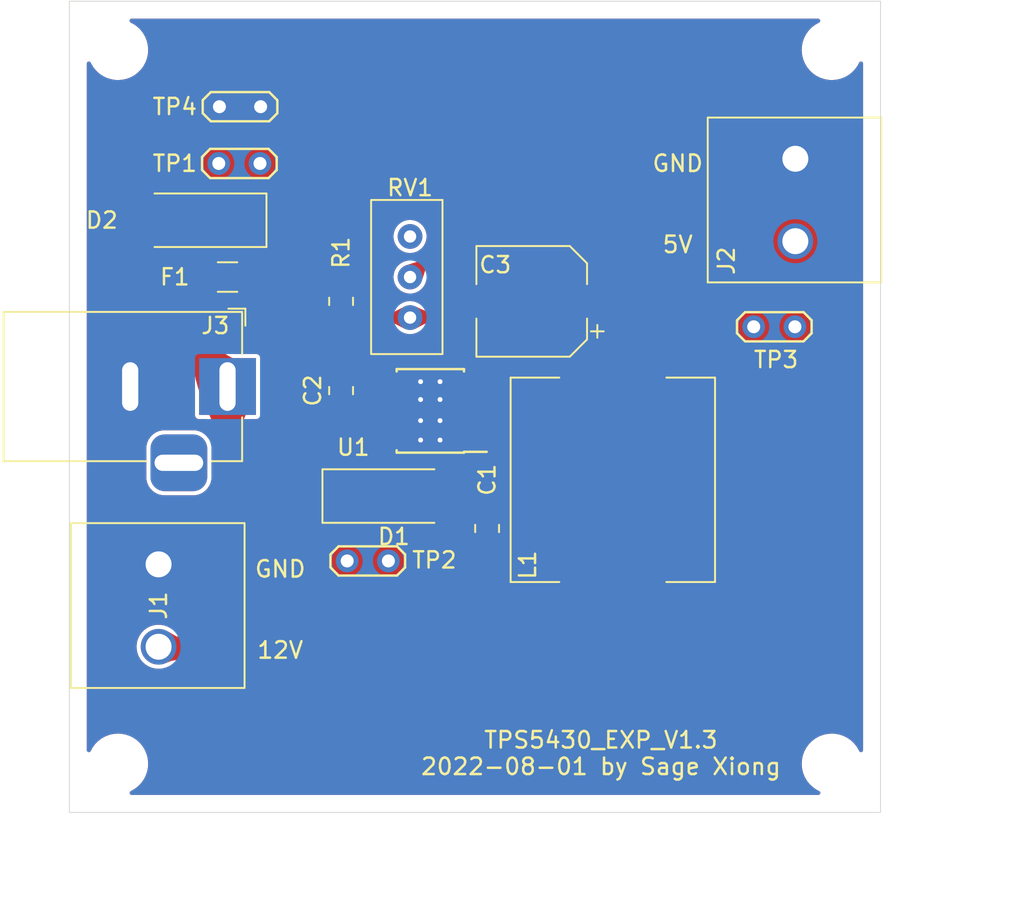
<source format=kicad_pcb>
(kicad_pcb (version 20211014) (generator pcbnew)
  (title_block (title "TPS5430_EXP") (date "2022-08-01") (rev "Sage Xiong") (company "Sage Xiong") (comment 1 "V1.3") (comment 2 "优化反馈采样点在末端极性电容之后") (comment 3 "修改采样电阻为滑动变阻器"))
  (layers (0 "F.Cu" signal) (31 "B.Cu" signal) (35 "F.Paste" user) (36 "B.SilkS" user "B.Silkscreen") (37 "F.SilkS" user "F.Silkscreen") (38 "B.Mask" user) (39 "F.Mask" user) (44 "Edge.Cuts" user))
  (net 0 "")
  (net 1 "Net-(C1-Pad1)")
  (net 2 "Net-(C1-Pad2)")
  (net 3 "Net-(C2-Pad1)")
  (net 4 "GNDREF")
  (net 5 "Net-(C3-Pad1)")
  (net 6 "Net-(F1-Pad1)")
  (net 7 "Net-(R1-Pad2)")
  (footprint "TestPoint:TestPoint_2Pads_Pitch2.54mm_Drill0.8mm" (layer "F.Cu") (at 160.484 97.366)
    (fp_text reference "TP3" (at 1.377 2.032) (layer "F.SilkS"))
    (fp_text value "TestPoint")
    (fp_line (start 3.57 0.4) (end 3.07 0.9) (layer "F.SilkS") (width 0.15))
    (fp_line (start 3.57 -0.4) (end 3.57 0.4) (layer "F.SilkS") (width 0.15))
    (fp_line (start -0.53 -0.9) (end 3.07 -0.9) (layer "F.SilkS") (width 0.15))
    (fp_line (start -1.03 0.4) (end -1.03 -0.4) (layer "F.SilkS") (width 0.15))
    (fp_line (start 3.07 -0.9) (end 3.57 -0.4) (layer "F.SilkS") (width 0.15))
    (fp_line (start -1.03 -0.4) (end -0.53 -0.9) (layer "F.SilkS") (width 0.15))
    (fp_line (start 3.07 0.9) (end -0.53 0.9) (layer "F.SilkS") (width 0.15))
    (fp_line (start -0.53 0.9) (end -1.03 0.4) (layer "F.SilkS") (width 0.15))
    (pad "1" thru_hole circle (at 0 0) (size 1.4 1.4) (drill 0.8) (layers *.Cu *.Mask) (net 5 "Net-(C3-Pad1)"))
    (pad "2" thru_hole circle (at 2.540007 -0.000002) (size 1.4 1.4) (drill 0.8) (layers *.Cu *.Mask) (net 5 "Net-(C3-Pad1)"))
  )
  (footprint "Fuse:Fuse_1206_3216Metric_Pad1.42x1.75mm_HandSolder" (layer "F.Cu") (at 128.05 94.3)
    (fp_text reference "F1" (at -3.25 0) (layer "F.SilkS"))
    (fp_text value "Fuse")
    (fp_line (start -0.602064 -0.91) (end 0.602064 -0.91) (layer "F.SilkS") (width 0.12))
    (fp_line (start -0.602064 0.91) (end 0.602064 0.91) (layer "F.SilkS") (width 0.12))
    (pad "1" smd roundrect (at -1.4875 0) (size 1.425 1.75) (layers "F.Cu" "F.Paste" "F.Mask") (roundrect_rratio 0.1754392982) (net 6 "Net-(F1-Pad1)"))
    (pad "2" smd roundrect (at 1.4875 0) (size 1.425 1.75) (layers "F.Cu" "F.Paste" "F.Mask") (roundrect_rratio 0.1754392982) (net 3 "Net-(C2-Pad1)"))
  )
  (footprint "Package_SO:TI_SO-PowerPAD-8_ThermalVias" (layer "F.Cu") (at 140.55 102.55 180)
    (fp_text reference "U1" (at 4.75 -2.25 180) (layer "F.SilkS"))
    (fp_text value "TPS5430DDA")
    (fp_line (start 2.075 -2.575) (end 2.075 -2.43) (layer "F.SilkS") (width 0.15))
    (fp_line (start 2.075 2.575) (end 2.075 2.43) (layer "F.SilkS") (width 0.15))
    (fp_line (start -2.075 -2.575) (end 2.075 -2.575) (layer "F.SilkS") (width 0.15))
    (fp_line (start -2.075 -2.525) (end -3.475 -2.525) (layer "F.SilkS") (width 0.15))
    (fp_line (start -2.075 -2.575) (end -2.075 -2.525) (layer "F.SilkS") (width 0.15))
    (fp_line (start -2.075 2.575) (end 2.075 2.575) (layer "F.SilkS") (width 0.15))
    (fp_line (start -2.075 2.575) (end -2.075 2.43) (layer "F.SilkS") (width 0.15))
    (pad "1" smd rect (at -2.7 -1.905 180) (size 1.55 0.6) (layers "F.Cu" "F.Paste" "F.Mask") (net 1 "Net-(C1-Pad1)"))
    (pad "2" smd rect (at -2.7 -0.635 180) (size 1.55 0.6) (layers "F.Cu" "F.Paste" "F.Mask"))
    (pad "3" smd rect (at -2.7 0.635 180) (size 1.55 0.6) (layers "F.Cu" "F.Paste" "F.Mask"))
    (pad "4" smd rect (at -2.7 1.905 180) (size 1.55 0.6) (layers "F.Cu" "F.Paste" "F.Mask") (net 7 "Net-(R1-Pad2)"))
    (pad "5" smd rect (at 2.7 1.905 180) (size 1.55 0.6) (layers "F.Cu" "F.Paste" "F.Mask"))
    (pad "6" smd rect (at 2.7 0.635 180) (size 1.55 0.6) (layers "F.Cu" "F.Paste" "F.Mask") (net 4 "GNDREF"))
    (pad "7" smd rect (at 2.7 -0.635 180) (size 1.55 0.6) (layers "F.Cu" "F.Paste" "F.Mask") (net 3 "Net-(C2-Pad1)"))
    (pad "8" smd rect (at 2.7 -1.905 180) (size 1.55 0.6) (layers "F.Cu" "F.Paste" "F.Mask") (net 2 "Net-(C1-Pad2)"))
    (pad "9" thru_hole circle (at 0.6 0.7 180) (size 0.6 0.6) (drill 0.3) (layers *.Cu) (net 4 "GNDREF"))
    (pad "9" thru_hole circle (at -0.6 0.7 180) (size 0.6 0.6) (drill 0.3) (layers *.Cu) (net 4 "GNDREF"))
    (pad "9" thru_hole circle (at -0.6 1.8 180) (size 0.6 0.6) (drill 0.3) (layers *.Cu) (net 4 "GNDREF"))
    (pad "9" smd rect (at 0 0 180) (size 2.95 4.5) (layers "B.Cu") (net 4 "GNDREF"))
    (pad "9" thru_hole circle (at 0.6 -1.8 180) (size 0.6 0.6) (drill 0.3) (layers *.Cu) (net 4 "GNDREF"))
    (pad "9" thru_hole circle (at -0.6 -0.6 180) (size 0.6 0.6) (drill 0.3) (layers *.Cu) (net 4 "GNDREF"))
    (pad "9" smd rect (at 0 0 180) (size 2.95 4.5) (layers "F.Cu") (net 4 "GNDREF"))
    (pad "9" thru_hole circle (at 0.6 1.8 180) (size 0.6 0.6) (drill 0.3) (layers *.Cu) (net 4 "GNDREF"))
    (pad "9" thru_hole circle (at 0.6 -0.6 180) (size 0.6 0.6) (drill 0.3) (layers *.Cu) (net 4 "GNDREF"))
    (pad "9" smd rect (at 0 0 180) (size 2.6 3.1) (layers "F.Cu" "F.Paste" "F.Mask") (net 4 "GNDREF"))
    (pad "9" thru_hole circle (at -0.6 -1.8 180) (size 0.6 0.6) (drill 0.3) (layers *.Cu) (net 4 "GNDREF"))
  )
  (footprint "TestPoint:TestPoint_2Pads_Pitch2.54mm_Drill0.8mm" (layer "F.Cu") (at 130.05 87.3 180)
    (fp_text reference "TP1" (at 5.25 0) (layer "F.SilkS"))
    (fp_text value "TestPoint")
    (fp_line (start 3.07 0.9) (end -0.53 0.9) (layer "F.SilkS") (width 0.15))
    (fp_line (start -1.03 0.4) (end -1.03 -0.4) (layer "F.SilkS") (width 0.15))
    (fp_line (start -1.03 -0.4) (end -0.53 -0.9) (layer "F.SilkS") (width 0.15))
    (fp_line (start 3.07 -0.9) (end 3.57 -0.4) (layer "F.SilkS") (width 0.15))
    (fp_line (start -0.53 0.9) (end -1.03 0.4) (layer "F.SilkS") (width 0.15))
    (fp_line (start -0.53 -0.9) (end 3.07 -0.9) (layer "F.SilkS") (width 0.15))
    (fp_line (start 3.57 0.4) (end 3.07 0.9) (layer "F.SilkS") (width 0.15))
    (fp_line (start 3.57 -0.4) (end 3.57 0.4) (layer "F.SilkS") (width 0.15))
    (pad "1" thru_hole circle (at 0 0 180) (size 1.4 1.4) (drill 0.8) (layers *.Cu *.Mask) (net 3 "Net-(C2-Pad1)"))
    (pad "2" thru_hole circle (at 2.539993 -0.000003 180) (size 1.4 1.4) (drill 0.8) (layers *.Cu *.Mask) (net 3 "Net-(C2-Pad1)"))
  )
  (footprint "Resistor_SMD:R_0805_2012Metric_Pad1.20x1.40mm_HandSolder" (layer "F.Cu") (at 135.05 101.3 90)
    (fp_text reference "C2" (at 0 -1.75 90) (layer "F.SilkS"))
    (fp_text value "10uF/1Ohm")
    (fp_line (start -0.227064 -0.735) (end 0.227064 -0.735) (layer "F.SilkS") (width 0.12))
    (fp_line (start -0.227064 0.735) (end 0.227064 0.735) (layer "F.SilkS") (width 0.12))
    (pad "1" smd roundrect (at -1 0 90) (size 1.2 1.4) (layers "F.Cu" "F.Paste" "F.Mask") (roundrect_rratio 0.2083333333) (net 3 "Net-(C2-Pad1)"))
    (pad "2" smd roundrect (at 1 0 90) (size 1.2 1.4) (layers "F.Cu" "F.Paste" "F.Mask") (roundrect_rratio 0.2083333333) (net 4 "GNDREF"))
  )
  (footprint "fg_studio:HT5.08-2P" (layer "F.Cu") (at 163.05 89.55 90)
    (fp_text reference "J2" (at -3.75 -4.25 90 unlocked) (layer "F.SilkS"))
    (fp_text value "HT5.08")
    (fp_rect (start -5.08 -5.4) (end 5.08 5.3) (layer "F.SilkS") (width 0.12) (fill none))
    (pad "1" thru_hole circle (at -2.54 0 90) (size 2.2 2.2) (drill 1.6) (layers *.Cu *.Mask) (net 5 "Net-(C3-Pad1)"))
    (pad "2" thru_hole circle (at 2.54 0 90) (size 2.2 2.2) (drill 1.6) (layers *.Cu *.Mask) (net 4 "GNDREF"))
  )
  (footprint "Capacitor_SMD:CP_Elec_6.3x5.4" (layer "F.Cu") (at 146.8 95.8 180)
    (fp_text reference "C3" (at 2.249999 2.249991 180) (layer "F.SilkS"))
    (fp_text value "220uF/35mOhm")
    (fp_line (start -3.41 -2.345563) (end -2.345563 -3.41) (layer "F.SilkS") (width 0.12))
    (fp_line (start -2.345563 3.41) (end 3.41 3.41) (layer "F.SilkS") (width 0.12))
    (fp_line (start -4.4375 -1.8475) (end -3.65 -1.8475) (layer "F.SilkS") (width 0.12))
    (fp_line (start -3.41 2.345563) (end -3.41 1.06) (layer "F.SilkS") (width 0.12))
    (fp_line (start -2.345563 -3.41) (end 3.41 -3.41) (layer "F.SilkS") (width 0.12))
    (fp_line (start -4.04375 -2.24125) (end -4.04375 -1.45375) (layer "F.SilkS") (width 0.12))
    (fp_line (start 3.41 3.41) (end 3.41 1.06) (layer "F.SilkS") (width 0.12))
    (fp_line (start 3.41 -3.41) (end 3.41 -1.06) (layer "F.SilkS") (width 0.12))
    (fp_line (start -3.41 2.345563) (end -2.345563 3.41) (layer "F.SilkS") (width 0.12))
    (fp_line (start -3.41 -2.345563) (end -3.41 -1.06) (layer "F.SilkS") (width 0.12))
    (pad "1" smd roundrect (at -2.8 0 180) (size 3.5 1.6) (layers "F.Cu" "F.Paste" "F.Mask") (roundrect_rratio 0.15625) (net 5 "Net-(C3-Pad1)"))
    (pad "2" smd roundrect (at 2.8 0 180) (size 3.5 1.6) (layers "F.Cu" "F.Paste" "F.Mask") (roundrect_rratio 0.15625) (net 4 "GNDREF"))
  )
  (footprint "Resistor_SMD:R_0805_2012Metric_Pad1.20x1.40mm_HandSolder" (layer "F.Cu") (at 144.05 109.8 -90)
    (fp_text reference "C1" (at -3 0 -90) (layer "F.SilkS"))
    (fp_text value "10uF/1Ohm")
    (fp_line (start -0.227064 0.735) (end 0.227064 0.735) (layer "F.SilkS") (width 0.12))
    (fp_line (start -0.227064 -0.735) (end 0.227064 -0.735) (layer "F.SilkS") (width 0.12))
    (pad "1" smd roundrect (at -1 0 270) (size 1.2 1.4) (layers "F.Cu" "F.Paste" "F.Mask") (roundrect_rratio 0.2083333333) (net 1 "Net-(C1-Pad1)"))
    (pad "2" smd roundrect (at 1 0 270) (size 1.2 1.4) (layers "F.Cu" "F.Paste" "F.Mask") (roundrect_rratio 0.2083333333) (net 2 "Net-(C1-Pad2)"))
  )
  (footprint "Diode_SMD:D_SMA_Handsoldering" (layer "F.Cu") (at 126.05 90.8 180)
    (fp_text reference "D2" (at 5.75 0) (layer "F.SilkS"))
    (fp_text value "SS34")
    (fp_line (start -4.4 -1.65) (end 2.5 -1.65) (layer "F.SilkS") (width 0.12))
    (fp_line (start -4.4 1.65) (end 2.5 1.65) (layer "F.SilkS") (width 0.12))
    (fp_line (start -4.4 -1.65) (end -4.4 1.65) (layer "F.SilkS") (width 0.12))
    (pad "1" smd rect (at -2.5 0 180) (size 3.5 1.8) (layers "F.Cu" "F.Paste" "F.Mask") (net 3 "Net-(C2-Pad1)"))
    (pad "2" smd rect (at 2.5 0 180) (size 3.5 1.8) (layers "F.Cu" "F.Paste" "F.Mask") (net 4 "GNDREF"))
  )
  (footprint "MountingHole:MountingHole_3.2mm_M3_ISO14580" (layer "F.Cu") (at 165.3 80.3)
    (fp_text reference "REF**" hide)
    (fp_text value "MountingHole_3.2mm_M3_ISO14580" hide)
    (pad "" np_thru_hole circle (at 0 0) (size 3.2 3.2) (drill 3.2) (layers *.Cu *.Mask))
  )
  (footprint "fg_studio:HT5.08-2P" (layer "F.Cu") (at 123.8 114.55 90)
    (fp_text reference "J1" (at 0 0 90 unlocked) (layer "F.SilkS"))
    (fp_text value "HT5.08")
    (fp_rect (start -5.08 -5.4) (end 5.08 5.3) (layer "F.SilkS") (width 0.12) (fill none))
    (pad "1" thru_hole circle (at -2.54 0 90) (size 2.2 2.2) (drill 1.6) (layers *.Cu *.Mask) (net 6 "Net-(F1-Pad1)"))
    (pad "2" thru_hole circle (at 2.54 0 90) (size 2.2 2.2) (drill 1.6) (layers *.Cu *.Mask) (net 4 "GNDREF"))
  )
  (footprint "Connector_BarrelJack:BarrelJack_Horizontal" (layer "F.Cu") (at 128.05 101.05)
    (fp_text reference "J3" (at -0.75 -3.75) (layer "F.SilkS"))
    (fp_text value "Barrel_Jack")
    (fp_line (start -5 4.6) (end -13.8 4.6) (layer "F.SilkS") (width 0.12))
    (fp_line (start -13.8 4.6) (end -13.8 -4.6) (layer "F.SilkS") (width 0.12))
    (fp_line (start 0.9 -4.6) (end 0.9 -2) (layer "F.SilkS") (width 0.12))
    (fp_line (start 1.1 -3.75) (end 1.1 -4.8) (layer "F.SilkS") (width 0.12))
    (fp_line (start 0.9 1.9) (end 0.9 4.6) (layer "F.SilkS") (width 0.12))
    (fp_line (start 0.05 -4.8) (end 1.1 -4.8) (layer "F.SilkS") (width 0.12))
    (fp_line (start -13.8 -4.6) (end 0.9 -4.6) (layer "F.SilkS") (width 0.12))
    (fp_line (start 0.9 4.6) (end -1 4.6) (layer "F.SilkS") (width 0.12))
    (pad "1" thru_hole rect (at 0 0) (size 3.5 3.5) (drill oval 1 3) (layers *.Cu *.Mask) (net 6 "Net-(F1-Pad1)"))
    (pad "2" thru_hole roundrect (at -6 0) (size 3 3.5) (drill oval 1 3) (layers *.Cu *.Mask) (net 4 "GNDREF"))
    (pad "3" thru_hole roundrect (at -3 4.7) (size 3.5 3.5) (drill oval 3 1) (layers *.Cu *.Mask))
  )
  (footprint "Inductor_SMD:L_12x12mm_H8mm" (layer "F.Cu") (at 151.8 106.8 90)
    (fp_text reference "L1" (at -5.25001 -5.249988 90) (layer "F.SilkS"))
    (fp_text value "22uH/66mOhm")
    (fp_line (start 6.3 6.3) (end -6.3 6.3) (layer "F.SilkS") (width 0.12))
    (fp_line (start -6.3 -3.3) (end -6.3 -6.3) (layer "F.SilkS") (width 0.12))
    (fp_line (start -6.3 6.3) (end -6.3 3.3) (layer "F.SilkS") (width 0.12))
    (fp_line (start -6.3 -6.3) (end 6.3 -6.3) (layer "F.SilkS") (width 0.12))
    (fp_line (start 6.3 -6.3) (end 6.3 -3.3) (layer "F.SilkS") (width 0.12))
    (fp_line (start 6.3 3.3) (end 6.3 6.3) (layer "F.SilkS") (width 0.12))
    (pad "1" smd rect (at -4.95 0 90) (size 2.9 5.4) (layers "F.Cu" "F.Paste" "F.Mask") (net 2 "Net-(C1-Pad2)"))
    (pad "2" smd rect (at 4.95 0 90) (size 2.9 5.4) (layers "F.Cu" "F.Paste" "F.Mask") (net 5 "Net-(C3-Pad1)"))
  )
  (footprint "Diode_SMD:D_SMA_Handsoldering" (layer "F.Cu") (at 138.3 107.8)
    (fp_text reference "D1" (at 0 2.5) (layer "F.SilkS"))
    (fp_text value "SS34")
    (fp_line (start -4.4 -1.65) (end -4.4 1.65) (layer "F.SilkS") (width 0.12))
    (fp_line (start -4.4 -1.65) (end 2.5 -1.65) (layer "F.SilkS") (width 0.12))
    (fp_line (start -4.4 1.65) (end 2.5 1.65) (layer "F.SilkS") (width 0.12))
    (pad "1" smd rect (at -2.5 0) (size 3.5 1.8) (layers "F.Cu" "F.Paste" "F.Mask") (net 2 "Net-(C1-Pad2)"))
    (pad "2" smd rect (at 2.5 0) (size 3.5 1.8) (layers "F.Cu" "F.Paste" "F.Mask") (net 4 "GNDREF"))
  )
  (footprint "MountingHole:MountingHole_3.2mm_M3_ISO14580" (layer "F.Cu") (at 121.3 124.3)
    (fp_text reference "REF**" hide)
    (fp_text value "MountingHole_3.2mm_M3_ISO14580" hide)
    (pad "" np_thru_hole circle (at 0 0) (size 3.2 3.2) (drill 3.2) (layers *.Cu *.Mask))
  )
  (footprint "MountingHole:MountingHole_3.2mm_M3_ISO14580" (layer "F.Cu") (at 165.3 124.3)
    (fp_text reference "REF**" hide)
    (fp_text value "MountingHole_3.2mm_M3_ISO14580" hide)
    (pad "" np_thru_hole circle (at 0 0) (size 3.2 3.2) (drill 3.2) (layers *.Cu *.Mask))
  )
  (footprint "TestPoint:TestPoint_2Pads_Pitch2.54mm_Drill0.8mm" (layer "F.Cu") (at 127.55 83.8)
    (fp_text reference "TP4" (at -2.75 0) (layer "F.SilkS"))
    (fp_text value "TestPoint")
    (fp_line (start -0.53 0.9) (end -1.03 0.4) (layer "F.SilkS") (width 0.15))
    (fp_line (start -1.03 0.4) (end -1.03 -0.4) (layer "F.SilkS") (width 0.15))
    (fp_line (start 3.07 0.9) (end -0.53 0.9) (layer "F.SilkS") (width 0.15))
    (fp_line (start 3.57 0.4) (end 3.07 0.9) (layer "F.SilkS") (width 0.15))
    (fp_line (start -1.03 -0.4) (end -0.53 -0.9) (layer "F.SilkS") (width 0.15))
    (fp_line (start 3.57 -0.4) (end 3.57 0.4) (layer "F.SilkS") (width 0.15))
    (fp_line (start -0.53 -0.9) (end 3.07 -0.9) (layer "F.SilkS") (width 0.15))
    (fp_line (start 3.07 -0.9) (end 3.57 -0.4) (layer "F.SilkS") (width 0.15))
    (pad "1" thru_hole circle (at 0 0) (size 1.4 1.4) (drill 0.8) (layers *.Cu *.Mask) (net 4 "GNDREF"))
    (pad "2" thru_hole circle (at 2.540012 0.00001) (size 1.4 1.4) (drill 0.8) (layers *.Cu *.Mask) (net 4 "GNDREF"))
  )
  (footprint "Resistor_SMD:R_0805_2012Metric_Pad1.20x1.40mm_HandSolder" (layer "F.Cu") (at 135.05 95.8 90)
    (fp_text reference "R1" (at 3.000011 0.000007 90) (layer "F.SilkS"))
    (fp_text value "3.24kOhm")
    (fp_line (start -0.227064 -0.735) (end 0.227064 -0.735) (layer "F.SilkS") (width 0.12))
    (fp_line (start -0.227064 0.735) (end 0.227064 0.735) (layer "F.SilkS") (width 0.12))
    (pad "1" smd roundrect (at -1 0 90) (size 1.2 1.4) (layers "F.Cu" "F.Paste" "F.Mask") (roundrect_rratio 0.2083333333) (net 7 "Net-(R1-Pad2)"))
    (pad "2" smd roundrect (at 1 0 90) (size 1.2 1.4) (layers "F.Cu" "F.Paste" "F.Mask") (roundrect_rratio 0.2083333333) (net 4 "GNDREF"))
  )
  (footprint "TestPoint:TestPoint_2Pads_Pitch2.54mm_Drill0.8mm" (layer "F.Cu") (at 137.965 111.8 180)
    (fp_text reference "TP2" (at -2.835 0.052) (layer "F.SilkS"))
    (fp_text value "TestPoint")
    (fp_line (start -1.03 -0.4) (end -0.53 -0.9) (layer "F.SilkS") (width 0.15))
    (fp_line (start -0.53 0.9) (end -1.03 0.4) (layer "F.SilkS") (width 0.15))
    (fp_line (start 3.07 -0.9) (end 3.57 -0.4) (layer "F.SilkS") (width 0.15))
    (fp_line (start 3.07 0.9) (end -0.53 0.9) (layer "F.SilkS") (width 0.15))
    (fp_line (start -0.53 -0.9) (end 3.07 -0.9) (layer "F.SilkS") (width 0.15))
    (fp_line (start 3.57 0.4) (end 3.07 0.9) (layer "F.SilkS") (width 0.15))
    (fp_line (start 3.57 -0.4) (end 3.57 0.4) (layer "F.SilkS") (width 0.15))
    (fp_line (start -1.03 0.4) (end -1.03 -0.4) (layer "F.SilkS") (width 0.15))
    (pad "1" thru_hole circle (at 0 0 180) (size 1.4 1.4) (drill 0.8) (layers *.Cu *.Mask) (net 2 "Net-(C1-Pad2)"))
    (pad "2" thru_hole circle (at 2.539998 -0.000005 180) (size 1.4 1.4) (drill 0.8) (layers *.Cu *.Mask) (net 2 "Net-(C1-Pad2)"))
  )
  (footprint "fg_studio:3296W" (layer "F.Cu") (at 139.3 94.3 -90)
    (fp_text reference "RV1" (at -5.5 0 unlocked) (layer "F.SilkS"))
    (fp_text value "10kOhm")
    (fp_rect (start -4.75 -2) (end 4.75 2.4) (layer "F.SilkS") (width 0.12) (fill none))
    (pad "1" thru_hole circle (at -2.500001 -0.00001 270) (size 1.524 1.524) (drill 0.762) (layers *.Cu *.Mask))
    (pad "2" thru_hole circle (at -0.000006 -0.00001 270) (size 1.524 1.524) (drill 0.762) (layers *.Cu *.Mask) (net 5 "Net-(C3-Pad1)"))
    (pad "3" thru_hole circle (at 2.499989 -0.00001 270) (size 1.524 1.524) (drill 0.762) (layers *.Cu *.Mask) (net 7 "Net-(R1-Pad2)"))
  )
  (footprint "MountingHole:MountingHole_3.2mm_M3_ISO14580" (layer "F.Cu") (at 121.3 80.3)
    (fp_text reference "REF**" hide)
    (fp_text value "MountingHole_3.2mm_M3_ISO14580" hide)
    (pad "" np_thru_hole circle locked (at 0 0) (size 3.2 3.2) (drill 3.2) (layers *.Cu *.Mask))
  )
  (gr_rect (start 118.3 77.3) (end 168.3 127.3) (layer "Edge.Cuts") (width 0.0508) (fill none))
  (gr_text "GND" (at 131.3 112.3) (layer "F.SilkS") (effects (font (size 1.016 1.016) (thickness 0.1524))))
  (gr_text "GND" (at 155.8 87.3) (layer "F.SilkS") (effects (font (size 1.016 1.016) (thickness 0.1524))))
  (gr_text "12V" (at 131.3 117.3) (layer "F.SilkS") (effects (font (size 1.016 1.016) (thickness 0.1524))))
  (gr_text "5V" (at 155.8 92.3) (layer "F.SilkS") (effects (font (size 1.016 1.016) (thickness 0.1524))))
  (gr_text "TPS5430_EXP_V1.3\n2022-08-01 by Sage Xiong" (at 151.065992 123.654998) (layer "F.SilkS") (effects (font (size 1.016 1.016) (thickness 0.1524))))
  (segment (start 144.05 105.38) (end 144.05 108.8) (width 0.635) (layer "F.Cu") (net 1))
  (segment (start 143.125 104.455) (end 144.05 105.38) (width 0.635) (layer "F.Cu") (net 1))
  (segment (start 142.300004 91.3) (end 147.3 91.3) (width 0.3048) (layer "F.Cu") (net 5))
  (segment (start 139.30001 94.299994) (end 142.300004 91.3) (width 0.3048) (layer "F.Cu") (net 5))
  (segment (start 126.51 117.09) (end 128.05 115.55) (width 1.27) (layer "F.Cu") (net 6))
  (segment (start 128.05 115.55) (end 128.05 101.05) (width 1.27) (layer "F.Cu") (net 6))
  (segment (start 123.8 117.09) (end 126.51 117.09) (width 1.27) (layer "F.Cu") (net 6))
  (segment (start 126.5625 99.5625) (end 128.05 101.05) (width 1.27) (layer "F.Cu") (net 6))
  (segment (start 126.5625 94.3) (end 126.5625 99.5625) (width 1.27) (layer "F.Cu") (net 6))
  (segment (start 140.799989 96.799989) (end 143.25 99.25) (width 0.3048) (layer "F.Cu") (net 7))
  (segment (start 139.299999 96.8) (end 139.30001 96.799989) (width 0.3048) (layer "F.Cu") (net 7))
  (segment (start 135.05 96.8) (end 139.299999 96.8) (width 0.3048) (layer "F.Cu") (net 7))
  (segment (start 139.30001 96.799989) (end 140.799989 96.799989) (width 0.3048) (layer "F.Cu") (net 7))
  (segment (start 143.25 99.25) (end 143.25 100.645) (width 0.3048) (layer "F.Cu") (net 7))
  (zone (net 7) (net_name "Net-(R1-Pad2)") (layer "F.Cu") (priority 16962) (connect_pads yes (clearance 0)) (min_thickness 0.0254) (fill yes (thermal_gap 0.508) (thermal_bridge_width 0.508))
    (polygon (pts (xy 137.168399 96.9524) (xy 137.426869 96.957671) (xy 137.644955 96.973513) (xy 137.831258 96.999967) (xy 137.994378 97.037076) (xy 138.142915 97.08488) (xy 138.285469 97.143421) (xy 138.430642 97.212741) (xy 138.587032 97.292882) (xy 138.763242 97.383885) (xy 138.967872 97.485793) (xy 139.681009 96.799984) (xy 138.967852 96.114194) (xy 138.763227 96.216106) (xy 138.58702 96.307112) (xy 138.430631 96.387256) (xy 138.285461 96.456578) (xy 138.142908 96.51512) (xy 137.994372 96.562924) (xy 137.831253 96.600032) (xy 137.644952 96.626486) (xy 137.426867 96.642328) (xy 137.168399 96.6476)))
  )
  (zone (net 7) (net_name "Net-(R1-Pad2)") (layer "F.Cu") (priority 16962) (connect_pads yes (clearance 0)) (min_thickness 0.0254) (fill yes (thermal_gap 0.508) (thermal_bridge_width 0.508))
    (polygon (pts (xy 136.72 96.6476) (xy 136.518442 96.644191) (xy 136.347689 96.633756) (xy 136.201247 96.615985) (xy 136.072625 96.590566) (xy 135.955331 96.557187) (xy 135.842871 96.515537) (xy 135.728754 96.465305) (xy 135.606486 96.406179) (xy 135.469577 96.337848) (xy 135.311533 96.26) (xy 134.75 96.8) (xy 135.311533 97.34) (xy 135.469577 97.262151) (xy 135.606486 97.19382) (xy 135.728754 97.134694) (xy 135.842871 97.084462) (xy 135.955331 97.042812) (xy 136.072625 97.009433) (xy 136.201247 96.984014) (xy 136.347689 96.966243) (xy 136.518442 96.955808) (xy 136.72 96.9524)))
  )
  (zone (net 5) (net_name "Net-(C3-Pad1)") (layer "F.Cu") (priority 16962) (connect_pads yes (clearance 0)) (min_thickness 0.0254) (fill yes (thermal_gap 0.508) (thermal_bridge_width 0.508))
    (polygon (pts (xy 140.699515 92.684963) (xy 140.513023 92.863999) (xy 140.347612 93.007006) (xy 140.197171 93.120035) (xy 140.05559 93.209137) (xy 139.916757 93.280364) (xy 139.774562 93.339769) (xy 139.622893 93.393402) (xy 139.455641 93.447317) (xy 139.266693 93.507564) (xy 139.049941 93.580196) (xy 139.030603 94.569401) (xy 140.019808 94.550063) (xy 140.092439 94.33331) (xy 140.152686 94.144362) (xy 140.206601 93.97711) (xy 140.260234 93.825441) (xy 140.319639 93.683246) (xy 140.390866 93.544413) (xy 140.479968 93.402832) (xy 140.592997 93.252391) (xy 140.736004 93.08698) (xy 140.915041 92.900489)))
  )
  (zone (net 7) (net_name "Net-(R1-Pad2)") (layer "F.Cu") (priority 16962) (connect_pads yes (clearance 0)) (min_thickness 0.0254) (fill yes (thermal_gap 0.508) (thermal_bridge_width 0.508))
    (polygon (pts (xy 143.0976 99.815) (xy 143.097631 99.913864) (xy 143.097189 99.999453) (xy 143.095468 100.074333) (xy 143.091664 100.14107) (xy 143.084971 100.202231) (xy 143.074584 100.260383) (xy 143.059699 100.318093) (xy 143.03951 100.377927) (xy 143.013212 100.442451) (xy 142.98 100.514234) (xy 143.25 100.795) (xy 143.52 100.514234) (xy 143.486787 100.442451) (xy 143.460489 100.377927) (xy 143.4403 100.318093) (xy 143.425415 100.260383) (xy 143.415028 100.202231) (xy 143.408335 100.14107) (xy 143.404531 100.074333) (xy 143.40281 99.999453) (xy 143.402368 99.913864) (xy 143.4024 99.815)))
  )
  (zone (net 6) (net_name "Net-(F1-Pad1)") (layer "F.Cu") (priority 16962) (connect_pads yes (clearance 0)) (min_thickness 0.0254) (fill yes (thermal_gap 0.508) (thermal_bridge_width 0.508))
    (polygon (pts (xy 127.1975 96.2925) (xy 127.196876 96.042698) (xy 127.195312 95.800506) (xy 127.193262 95.569871) (xy 127.191186 95.35474) (xy 127.189539 95.15906) (xy 127.188779 94.986779) (xy 127.189363 94.841842) (xy 127.191748 94.728197) (xy 127.196391 94.649791) (xy 127.20375 94.610571) (xy 126.5625 93.94375) (xy 125.92125 94.610571) (xy 125.928608 94.649791) (xy 125.933251 94.728197) (xy 125.935636 94.841842) (xy 125.93622 94.986779) (xy 125.93546 95.15906) (xy 125.933813 95.35474) (xy 125.931737 95.569871) (xy 125.929687 95.800506) (xy 125.928123 96.042698) (xy 125.9275 96.2925)))
  )
  (zone (net 7) (net_name "Net-(R1-Pad2)") (layer "F.Cu") (priority 16962) (connect_pads yes (clearance 0)) (min_thickness 0.0254) (fill yes (thermal_gap 0.508) (thermal_bridge_width 0.508))
    (polygon (pts (xy 141.361446 97.14592) (xy 141.161431 96.954397) (xy 140.98433 96.802098) (xy 140.823808 96.681677) (xy 140.673528 96.585786) (xy 140.527155 96.50708) (xy 140.378354 96.438211) (xy 140.220789 96.371835) (xy 140.048125 96.300603) (xy 139.854026 96.217169) (xy 139.632158 96.114189) (xy 138.91901 96.799989) (xy 139.632158 97.485789) (xy 139.80537 97.397423) (xy 139.967689 97.31008) (xy 140.121378 97.229702) (xy 140.268704 97.162236) (xy 140.411933 97.113624) (xy 140.553331 97.089812) (xy 140.695162 97.096744) (xy 140.839694 97.140364) (xy 140.989191 97.226616) (xy 141.14592 97.361446)))
  )
  (zone (net 5) (net_name "Net-(C3-Pad1)") (layer "F.Cu") (name "电源输入") (priority 1) (connect_pads yes (clearance 0.254)) (min_thickness 0.254) (fill yes (thermal_gap 0.254) (thermal_bridge_width 0.254))
    (polygon (pts (xy 164.528 90.762) (xy 164.528 99.779) (xy 164.401 99.906) (xy 158.686 99.906) (xy 158.559 100.033) (xy 158.559 106.002) (xy 158.432 106.129) (xy 145.224 106.129) (xy 145.097 106.002) (xy 145.097 99.779) (xy 146.875 99.779) (xy 146.875 90.762) (xy 147.002 90.635) (xy 164.401 90.635)))
  )
  (zone (net 6) (net_name "Net-(F1-Pad1)") (layer "F.Cu") (priority 16962) (connect_pads yes (clearance 0)) (min_thickness 0.0254) (fill yes (thermal_gap 0.508) (thermal_bridge_width 0.508))
    (polygon (pts (xy 128.685 105.94) (xy 128.69032 105.3535) (xy 128.708096 104.852218) (xy 128.741046 104.418678) (xy 128.791889 104.035406) (xy 128.863346 103.684927) (xy 128.958134 103.349765) (xy 129.078975 103.012448) (xy 129.228586 102.655498) (xy 129.409688 102.261443) (xy 129.625 101.812807) (xy 128.05 100.175) (xy 126.475 101.812807) (xy 126.690311 102.261443) (xy 126.871413 102.655498) (xy 127.021024 103.012448) (xy 127.141865 103.349765) (xy 127.236653 103.684927) (xy 127.30811 104.035406) (xy 127.358953 104.418678) (xy 127.391903 104.852218) (xy 127.409679 105.3535) (xy 127.415 105.94)))
  )
  (zone (net 3) (net_name "Net-(C2-Pad1)") (layer "F.Cu") (name "电源输入") (priority 1) (connect_pads yes (clearance 0.254)) (min_thickness 0.254) (fill yes (thermal_gap 0.254) (thermal_bridge_width 0.254))
    (polygon (pts (xy 133.05 101.3) (xy 133.3 101.55) (xy 136.05 101.55) (xy 136.3 101.8) (xy 136.3 102.3) (xy 136.55 102.677) (xy 139.05 102.677) (xy 139.173 102.8) (xy 139.173 103.55) (xy 139.05 103.673) (xy 130.55 103.673) (xy 130.3 103.55) (xy 130.3 96.05) (xy 130.05 95.8) (xy 128.55 95.8) (xy 128.3 95.55) (xy 128.3 92.3) (xy 128.05 92.05) (xy 126.05 92.05) (xy 125.8 91.8) (xy 125.8 86.05) (xy 126.05 85.8) (xy 132.8 85.8) (xy 133.05 86.05)))
  )
  (zone (net 6) (net_name "Net-(F1-Pad1)") (layer "F.Cu") (priority 16962) (connect_pads yes (clearance 0)) (min_thickness 0.0254) (fill yes (thermal_gap 0.508) (thermal_bridge_width 0.508))
    (polygon (pts (xy 125.9275 96.766143) (xy 125.922413 97.442714) (xy 125.911502 98.021934) (xy 125.901286 98.524412) (xy 125.898284 98.970759) (xy 125.909018 99.381586) (xy 125.940007 99.777505) (xy 125.997772 100.179125) (xy 126.088832 100.607058) (xy 126.219708 101.081914) (xy 126.396921 101.624306) (xy 128.668718 101.668718) (xy 128.624306 99.396921) (xy 128.29478 99.263058) (xy 128.018318 99.107996) (xy 127.790591 98.928915) (xy 127.60727 98.722998) (xy 127.464028 98.487428) (xy 127.356536 98.219385) (xy 127.280465 97.916053) (xy 127.231487 97.574614) (xy 127.205275 97.19225) (xy 127.1975 96.766143)))
  )
  (zone (net 2) (net_name "Net-(C1-Pad2)") (layer "F.Cu") (name "电源输入") (priority 1) (connect_pads yes (clearance 0.254)) (min_thickness 0.254) (fill yes (thermal_gap 0.254) (thermal_bridge_width 0.254))
    (polygon (pts (xy 139.001 104.097) (xy 139.001 104.859) (xy 138.874 104.986) (xy 138.112 104.986) (xy 137.985 105.113) (xy 137.985 109.812) (xy 138.112 109.939) (xy 144.97 109.904592) (xy 145.097 109.812) (xy 145.097 107.526) (xy 145.224 107.399) (xy 158.432 107.399) (xy 158.559 107.526) (xy 158.559 113.368) (xy 158.432 113.495) (xy 134.175 113.495) (xy 134.048 113.368) (xy 134.048 104.097) (xy 134.175 103.97) (xy 138.874 103.97)))
  )
  (zone (net 4) (net_name "GNDREF") (layers F&B.Cu) (connect_pads yes (clearance 0.254)) (min_thickness 0.254) (fill yes (thermal_gap 0.254) (thermal_bridge_width 0.254))
    (polygon (pts (xy 118.3 77.3) (xy 168.3 77.3) (xy 168.3 127.3) (xy 118.3 127.3)))
  )
  (zone (net 1) (net_name "Net-(C1-Pad1)") (layer "F.Cu") (priority 16962) (connect_pads yes (clearance 0)) (min_thickness 0.0254) (fill yes (thermal_gap 0.508) (thermal_bridge_width 0.508))
    (polygon (pts (xy 143.7325 107.13) (xy 143.732878 107.329042) (xy 143.732857 107.501742) (xy 143.730701 107.653129) (xy 143.724673 107.78823) (xy 143.713038 107.912076) (xy 143.69406 108.029694) (xy 143.666003 108.146113) (xy 143.627131 108.266362) (xy 143.575708 108.395471) (xy 143.51 108.538467) (xy 144.05 109.1) (xy 144.59 108.538467) (xy 144.524291 108.395471) (xy 144.472868 108.266362) (xy 144.433996 108.146113) (xy 144.405939 108.029694) (xy 144.386961 107.912076) (xy 144.375326 107.78823) (xy 144.369298 107.653129) (xy 144.367142 107.501742) (xy 144.367121 107.329042) (xy 144.3675 107.13)))
  )
  (zone (net 6) (net_name "Net-(F1-Pad1)") (layer "F.Cu") (priority 16962) (connect_pads yes (clearance 0)) (min_thickness 0.0254) (fill yes (thermal_gap 0.508) (thermal_bridge_width 0.508))
    (polygon (pts (xy 126.322617 116.379358) (xy 126.10737 116.557966) (xy 125.898174 116.66321) (xy 125.693671 116.705389) (xy 125.492502 116.694803) (xy 125.29331 116.641752) (xy 125.094737 116.556535) (xy 124.895425 116.449451) (xy 124.694016 116.330801) (xy 124.489153 116.210884) (xy 124.279478 116.1) (xy 123.25 117.09) (xy 124.279478 118.08) (xy 124.587241 117.963363) (xy 124.884076 117.905213) (xy 125.172944 117.886649) (xy 125.456805 117.888768) (xy 125.738621 117.892671) (xy 126.021352 117.879456) (xy 126.307959 117.83022) (xy 126.601402 117.726064) (xy 126.904643 117.548085) (xy 127.220642 117.277383)))
  )
)
</source>
